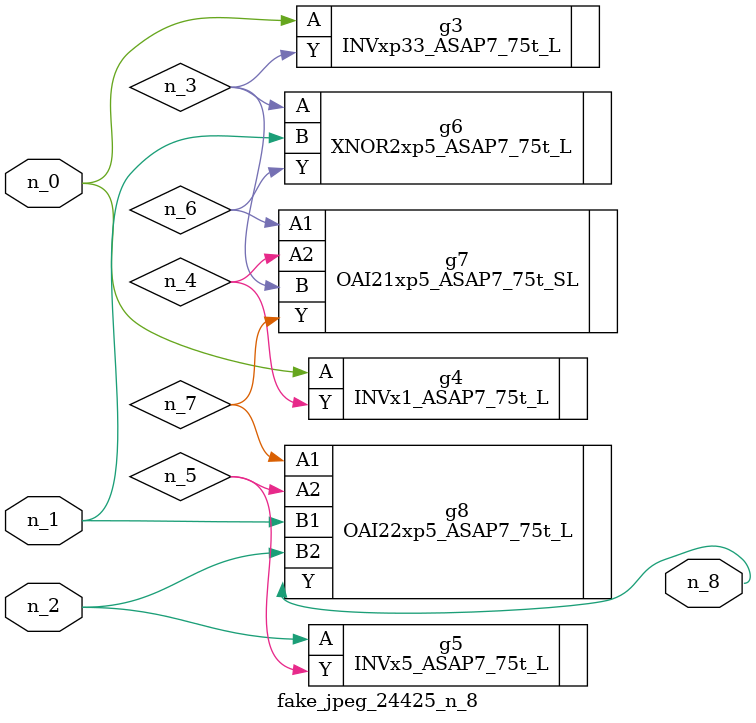
<source format=v>
module fake_jpeg_24425_n_8 (n_0, n_2, n_1, n_8);

input n_0;
input n_2;
input n_1;

output n_8;

wire n_3;
wire n_4;
wire n_6;
wire n_5;
wire n_7;

INVxp33_ASAP7_75t_L g3 ( 
.A(n_0),
.Y(n_3)
);

INVx1_ASAP7_75t_L g4 ( 
.A(n_0),
.Y(n_4)
);

INVx5_ASAP7_75t_L g5 ( 
.A(n_2),
.Y(n_5)
);

XNOR2xp5_ASAP7_75t_L g6 ( 
.A(n_3),
.B(n_1),
.Y(n_6)
);

OAI21xp5_ASAP7_75t_SL g7 ( 
.A1(n_6),
.A2(n_4),
.B(n_3),
.Y(n_7)
);

OAI22xp5_ASAP7_75t_L g8 ( 
.A1(n_7),
.A2(n_5),
.B1(n_1),
.B2(n_2),
.Y(n_8)
);


endmodule
</source>
